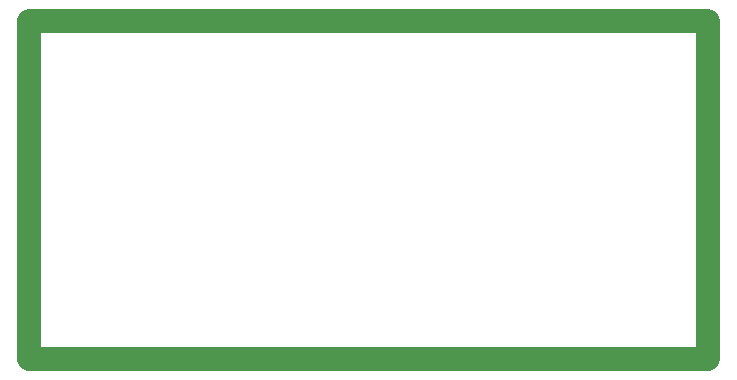
<source format=gko>
G75*
%MOIN*%
%OFA0B0*%
%FSLAX25Y25*%
%IPPOS*%
%LPD*%
%AMOC8*
5,1,8,0,0,1.08239X$1,22.5*
%
%ADD10C,0.07874*%
D10*
X0004937Y0004937D02*
X0231213Y0004937D01*
X0231213Y0117787D01*
X0004937Y0117787D01*
X0004937Y0004937D01*
M02*

</source>
